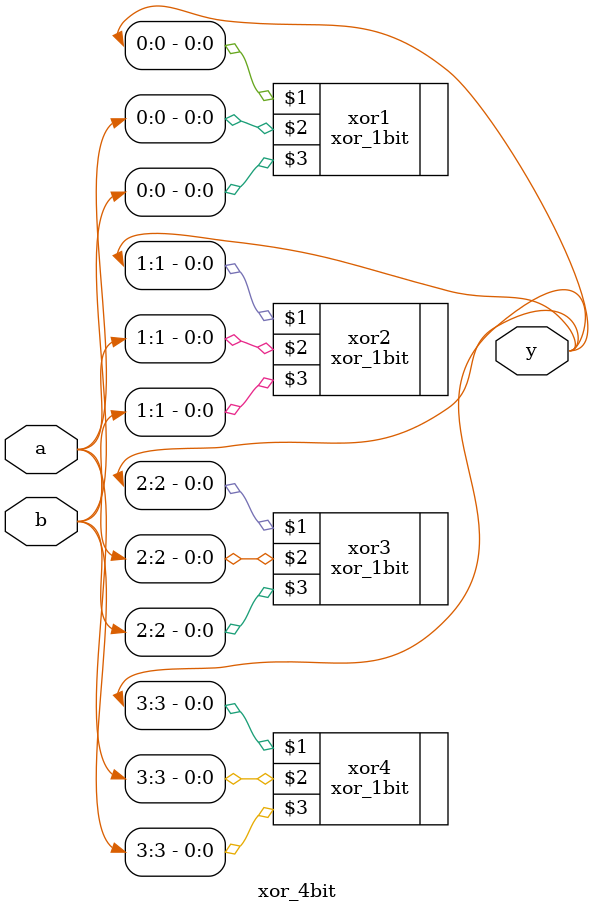
<source format=v>
module xor_4bit (
	output [3:0] y, 
	input [3:0] a,
	input [3:0] b
);
	
	xor_1bit xor1 (y[0], a[0], b[0]);
	xor_1bit xor2 (y[1], a[1], b[1]);
	xor_1bit xor3 (y[2], a[2], b[2]);
	xor_1bit xor4 (y[3], a[3], b[3]);

endmodule

</source>
